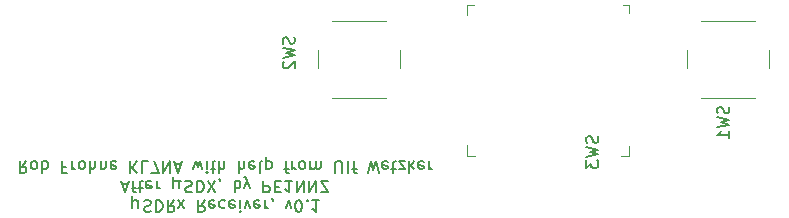
<source format=gbr>
G04 #@! TF.GenerationSoftware,KiCad,Pcbnew,5.1.5+dfsg1-2build2*
G04 #@! TF.CreationDate,2020-07-21T14:48:07-07:00*
G04 #@! TF.ProjectId,muSDRx,6d755344-5278-42e6-9b69-6361645f7063,0.1*
G04 #@! TF.SameCoordinates,Original*
G04 #@! TF.FileFunction,Legend,Bot*
G04 #@! TF.FilePolarity,Positive*
%FSLAX46Y46*%
G04 Gerber Fmt 4.6, Leading zero omitted, Abs format (unit mm)*
G04 Created by KiCad (PCBNEW 5.1.5+dfsg1-2build2) date 2020-07-21 14:48:07*
%MOMM*%
%LPD*%
G04 APERTURE LIST*
%ADD10C,0.150000*%
%ADD11C,0.100000*%
%ADD12C,0.120000*%
G04 APERTURE END LIST*
D10*
X94299047Y-118344285D02*
X94299047Y-117344285D01*
X94775238Y-117820476D02*
X94822857Y-117725238D01*
X94918095Y-117677619D01*
X94299047Y-117820476D02*
X94346666Y-117725238D01*
X94441904Y-117677619D01*
X94632380Y-117677619D01*
X94727619Y-117725238D01*
X94775238Y-117820476D01*
X94775238Y-118344285D01*
X95299047Y-117725238D02*
X95441904Y-117677619D01*
X95680000Y-117677619D01*
X95775238Y-117725238D01*
X95822857Y-117772857D01*
X95870476Y-117868095D01*
X95870476Y-117963333D01*
X95822857Y-118058571D01*
X95775238Y-118106190D01*
X95680000Y-118153809D01*
X95489523Y-118201428D01*
X95394285Y-118249047D01*
X95346666Y-118296666D01*
X95299047Y-118391904D01*
X95299047Y-118487142D01*
X95346666Y-118582380D01*
X95394285Y-118630000D01*
X95489523Y-118677619D01*
X95727619Y-118677619D01*
X95870476Y-118630000D01*
X96299047Y-117677619D02*
X96299047Y-118677619D01*
X96537142Y-118677619D01*
X96680000Y-118630000D01*
X96775238Y-118534761D01*
X96822857Y-118439523D01*
X96870476Y-118249047D01*
X96870476Y-118106190D01*
X96822857Y-117915714D01*
X96775238Y-117820476D01*
X96680000Y-117725238D01*
X96537142Y-117677619D01*
X96299047Y-117677619D01*
X97870476Y-117677619D02*
X97537142Y-118153809D01*
X97299047Y-117677619D02*
X97299047Y-118677619D01*
X97680000Y-118677619D01*
X97775238Y-118630000D01*
X97822857Y-118582380D01*
X97870476Y-118487142D01*
X97870476Y-118344285D01*
X97822857Y-118249047D01*
X97775238Y-118201428D01*
X97680000Y-118153809D01*
X97299047Y-118153809D01*
X98203809Y-117677619D02*
X98727619Y-118344285D01*
X98203809Y-118344285D02*
X98727619Y-117677619D01*
X100441904Y-117677619D02*
X100108571Y-118153809D01*
X99870476Y-117677619D02*
X99870476Y-118677619D01*
X100251428Y-118677619D01*
X100346666Y-118630000D01*
X100394285Y-118582380D01*
X100441904Y-118487142D01*
X100441904Y-118344285D01*
X100394285Y-118249047D01*
X100346666Y-118201428D01*
X100251428Y-118153809D01*
X99870476Y-118153809D01*
X101251428Y-117725238D02*
X101156190Y-117677619D01*
X100965714Y-117677619D01*
X100870476Y-117725238D01*
X100822857Y-117820476D01*
X100822857Y-118201428D01*
X100870476Y-118296666D01*
X100965714Y-118344285D01*
X101156190Y-118344285D01*
X101251428Y-118296666D01*
X101299047Y-118201428D01*
X101299047Y-118106190D01*
X100822857Y-118010952D01*
X102156190Y-117725238D02*
X102060952Y-117677619D01*
X101870476Y-117677619D01*
X101775238Y-117725238D01*
X101727619Y-117772857D01*
X101679999Y-117868095D01*
X101679999Y-118153809D01*
X101727619Y-118249047D01*
X101775238Y-118296666D01*
X101870476Y-118344285D01*
X102060952Y-118344285D01*
X102156190Y-118296666D01*
X102965714Y-117725238D02*
X102870476Y-117677619D01*
X102679999Y-117677619D01*
X102584761Y-117725238D01*
X102537142Y-117820476D01*
X102537142Y-118201428D01*
X102584761Y-118296666D01*
X102679999Y-118344285D01*
X102870476Y-118344285D01*
X102965714Y-118296666D01*
X103013333Y-118201428D01*
X103013333Y-118106190D01*
X102537142Y-118010952D01*
X103441904Y-117677619D02*
X103441904Y-118344285D01*
X103441904Y-118677619D02*
X103394285Y-118630000D01*
X103441904Y-118582380D01*
X103489523Y-118630000D01*
X103441904Y-118677619D01*
X103441904Y-118582380D01*
X103822857Y-118344285D02*
X104060952Y-117677619D01*
X104299047Y-118344285D01*
X105060952Y-117725238D02*
X104965714Y-117677619D01*
X104775238Y-117677619D01*
X104679999Y-117725238D01*
X104632380Y-117820476D01*
X104632380Y-118201428D01*
X104679999Y-118296666D01*
X104775238Y-118344285D01*
X104965714Y-118344285D01*
X105060952Y-118296666D01*
X105108571Y-118201428D01*
X105108571Y-118106190D01*
X104632380Y-118010952D01*
X105537142Y-117677619D02*
X105537142Y-118344285D01*
X105537142Y-118153809D02*
X105584761Y-118249047D01*
X105632380Y-118296666D01*
X105727619Y-118344285D01*
X105822857Y-118344285D01*
X106203809Y-117725238D02*
X106203809Y-117677619D01*
X106156190Y-117582380D01*
X106108571Y-117534761D01*
X107299047Y-118344285D02*
X107537142Y-117677619D01*
X107775238Y-118344285D01*
X108346666Y-118677619D02*
X108441904Y-118677619D01*
X108537142Y-118630000D01*
X108584761Y-118582380D01*
X108632380Y-118487142D01*
X108679999Y-118296666D01*
X108679999Y-118058571D01*
X108632380Y-117868095D01*
X108584761Y-117772857D01*
X108537142Y-117725238D01*
X108441904Y-117677619D01*
X108346666Y-117677619D01*
X108251428Y-117725238D01*
X108203809Y-117772857D01*
X108156190Y-117868095D01*
X108108571Y-118058571D01*
X108108571Y-118296666D01*
X108156190Y-118487142D01*
X108203809Y-118582380D01*
X108251428Y-118630000D01*
X108346666Y-118677619D01*
X109108571Y-117772857D02*
X109156190Y-117725238D01*
X109108571Y-117677619D01*
X109060952Y-117725238D01*
X109108571Y-117772857D01*
X109108571Y-117677619D01*
X110108571Y-117677619D02*
X109537142Y-117677619D01*
X109822857Y-117677619D02*
X109822857Y-118677619D01*
X109727619Y-118534761D01*
X109632380Y-118439523D01*
X109537142Y-118391904D01*
X93489523Y-116313333D02*
X93965714Y-116313333D01*
X93394285Y-116027619D02*
X93727619Y-117027619D01*
X94060952Y-116027619D01*
X94251428Y-116694285D02*
X94632380Y-116694285D01*
X94394285Y-116027619D02*
X94394285Y-116884761D01*
X94441904Y-116980000D01*
X94537142Y-117027619D01*
X94632380Y-117027619D01*
X94822857Y-116694285D02*
X95203809Y-116694285D01*
X94965714Y-117027619D02*
X94965714Y-116170476D01*
X95013333Y-116075238D01*
X95108571Y-116027619D01*
X95203809Y-116027619D01*
X95918095Y-116075238D02*
X95822857Y-116027619D01*
X95632380Y-116027619D01*
X95537142Y-116075238D01*
X95489523Y-116170476D01*
X95489523Y-116551428D01*
X95537142Y-116646666D01*
X95632380Y-116694285D01*
X95822857Y-116694285D01*
X95918095Y-116646666D01*
X95965714Y-116551428D01*
X95965714Y-116456190D01*
X95489523Y-116360952D01*
X96394285Y-116027619D02*
X96394285Y-116694285D01*
X96394285Y-116503809D02*
X96441904Y-116599047D01*
X96489523Y-116646666D01*
X96584761Y-116694285D01*
X96680000Y-116694285D01*
X97775238Y-116694285D02*
X97775238Y-115694285D01*
X98251428Y-116170476D02*
X98299047Y-116075238D01*
X98394285Y-116027619D01*
X97775238Y-116170476D02*
X97822857Y-116075238D01*
X97918095Y-116027619D01*
X98108571Y-116027619D01*
X98203809Y-116075238D01*
X98251428Y-116170476D01*
X98251428Y-116694285D01*
X98775238Y-116075238D02*
X98918095Y-116027619D01*
X99156190Y-116027619D01*
X99251428Y-116075238D01*
X99299047Y-116122857D01*
X99346666Y-116218095D01*
X99346666Y-116313333D01*
X99299047Y-116408571D01*
X99251428Y-116456190D01*
X99156190Y-116503809D01*
X98965714Y-116551428D01*
X98870476Y-116599047D01*
X98822857Y-116646666D01*
X98775238Y-116741904D01*
X98775238Y-116837142D01*
X98822857Y-116932380D01*
X98870476Y-116980000D01*
X98965714Y-117027619D01*
X99203809Y-117027619D01*
X99346666Y-116980000D01*
X99775238Y-116027619D02*
X99775238Y-117027619D01*
X100013333Y-117027619D01*
X100156190Y-116980000D01*
X100251428Y-116884761D01*
X100299047Y-116789523D01*
X100346666Y-116599047D01*
X100346666Y-116456190D01*
X100299047Y-116265714D01*
X100251428Y-116170476D01*
X100156190Y-116075238D01*
X100013333Y-116027619D01*
X99775238Y-116027619D01*
X100680000Y-117027619D02*
X101346666Y-116027619D01*
X101346666Y-117027619D02*
X100680000Y-116027619D01*
X101775238Y-116075238D02*
X101775238Y-116027619D01*
X101727619Y-115932380D01*
X101680000Y-115884761D01*
X102965714Y-116027619D02*
X102965714Y-117027619D01*
X102965714Y-116646666D02*
X103060952Y-116694285D01*
X103251428Y-116694285D01*
X103346666Y-116646666D01*
X103394285Y-116599047D01*
X103441904Y-116503809D01*
X103441904Y-116218095D01*
X103394285Y-116122857D01*
X103346666Y-116075238D01*
X103251428Y-116027619D01*
X103060952Y-116027619D01*
X102965714Y-116075238D01*
X103775238Y-116694285D02*
X104013333Y-116027619D01*
X104251428Y-116694285D02*
X104013333Y-116027619D01*
X103918095Y-115789523D01*
X103870476Y-115741904D01*
X103775238Y-115694285D01*
X105394285Y-116027619D02*
X105394285Y-117027619D01*
X105775238Y-117027619D01*
X105870476Y-116980000D01*
X105918095Y-116932380D01*
X105965714Y-116837142D01*
X105965714Y-116694285D01*
X105918095Y-116599047D01*
X105870476Y-116551428D01*
X105775238Y-116503809D01*
X105394285Y-116503809D01*
X106394285Y-116551428D02*
X106727619Y-116551428D01*
X106870476Y-116027619D02*
X106394285Y-116027619D01*
X106394285Y-117027619D01*
X106870476Y-117027619D01*
X107822857Y-116027619D02*
X107251428Y-116027619D01*
X107537142Y-116027619D02*
X107537142Y-117027619D01*
X107441904Y-116884761D01*
X107346666Y-116789523D01*
X107251428Y-116741904D01*
X108251428Y-116027619D02*
X108251428Y-117027619D01*
X108822857Y-116027619D01*
X108822857Y-117027619D01*
X109299047Y-116027619D02*
X109299047Y-117027619D01*
X109870476Y-116027619D01*
X109870476Y-117027619D01*
X110251428Y-117027619D02*
X110918095Y-117027619D01*
X110251428Y-116027619D01*
X110918095Y-116027619D01*
X85346666Y-114377619D02*
X85013333Y-114853809D01*
X84775238Y-114377619D02*
X84775238Y-115377619D01*
X85156190Y-115377619D01*
X85251428Y-115330000D01*
X85299047Y-115282380D01*
X85346666Y-115187142D01*
X85346666Y-115044285D01*
X85299047Y-114949047D01*
X85251428Y-114901428D01*
X85156190Y-114853809D01*
X84775238Y-114853809D01*
X85918095Y-114377619D02*
X85822857Y-114425238D01*
X85775238Y-114472857D01*
X85727619Y-114568095D01*
X85727619Y-114853809D01*
X85775238Y-114949047D01*
X85822857Y-114996666D01*
X85918095Y-115044285D01*
X86060952Y-115044285D01*
X86156190Y-114996666D01*
X86203809Y-114949047D01*
X86251428Y-114853809D01*
X86251428Y-114568095D01*
X86203809Y-114472857D01*
X86156190Y-114425238D01*
X86060952Y-114377619D01*
X85918095Y-114377619D01*
X86680000Y-114377619D02*
X86680000Y-115377619D01*
X86680000Y-114996666D02*
X86775238Y-115044285D01*
X86965714Y-115044285D01*
X87060952Y-114996666D01*
X87108571Y-114949047D01*
X87156190Y-114853809D01*
X87156190Y-114568095D01*
X87108571Y-114472857D01*
X87060952Y-114425238D01*
X86965714Y-114377619D01*
X86775238Y-114377619D01*
X86680000Y-114425238D01*
X88680000Y-114901428D02*
X88346666Y-114901428D01*
X88346666Y-114377619D02*
X88346666Y-115377619D01*
X88822857Y-115377619D01*
X89203809Y-114377619D02*
X89203809Y-115044285D01*
X89203809Y-114853809D02*
X89251428Y-114949047D01*
X89299047Y-114996666D01*
X89394285Y-115044285D01*
X89489523Y-115044285D01*
X89965714Y-114377619D02*
X89870476Y-114425238D01*
X89822857Y-114472857D01*
X89775238Y-114568095D01*
X89775238Y-114853809D01*
X89822857Y-114949047D01*
X89870476Y-114996666D01*
X89965714Y-115044285D01*
X90108571Y-115044285D01*
X90203809Y-114996666D01*
X90251428Y-114949047D01*
X90299047Y-114853809D01*
X90299047Y-114568095D01*
X90251428Y-114472857D01*
X90203809Y-114425238D01*
X90108571Y-114377619D01*
X89965714Y-114377619D01*
X90727619Y-114377619D02*
X90727619Y-115377619D01*
X91156190Y-114377619D02*
X91156190Y-114901428D01*
X91108571Y-114996666D01*
X91013333Y-115044285D01*
X90870476Y-115044285D01*
X90775238Y-114996666D01*
X90727619Y-114949047D01*
X91632380Y-115044285D02*
X91632380Y-114377619D01*
X91632380Y-114949047D02*
X91680000Y-114996666D01*
X91775238Y-115044285D01*
X91918095Y-115044285D01*
X92013333Y-114996666D01*
X92060952Y-114901428D01*
X92060952Y-114377619D01*
X92918095Y-114425238D02*
X92822857Y-114377619D01*
X92632380Y-114377619D01*
X92537142Y-114425238D01*
X92489523Y-114520476D01*
X92489523Y-114901428D01*
X92537142Y-114996666D01*
X92632380Y-115044285D01*
X92822857Y-115044285D01*
X92918095Y-114996666D01*
X92965714Y-114901428D01*
X92965714Y-114806190D01*
X92489523Y-114710952D01*
X94156190Y-114377619D02*
X94156190Y-115377619D01*
X94727619Y-114377619D02*
X94299047Y-114949047D01*
X94727619Y-115377619D02*
X94156190Y-114806190D01*
X95632380Y-114377619D02*
X95156190Y-114377619D01*
X95156190Y-115377619D01*
X95870476Y-115377619D02*
X96537142Y-115377619D01*
X96108571Y-114377619D01*
X96918095Y-114377619D02*
X96918095Y-115377619D01*
X97489523Y-114377619D01*
X97489523Y-115377619D01*
X97918095Y-114663333D02*
X98394285Y-114663333D01*
X97822857Y-114377619D02*
X98156190Y-115377619D01*
X98489523Y-114377619D01*
X99489523Y-115044285D02*
X99680000Y-114377619D01*
X99870476Y-114853809D01*
X100060952Y-114377619D01*
X100251428Y-115044285D01*
X100632380Y-114377619D02*
X100632380Y-115044285D01*
X100632380Y-115377619D02*
X100584761Y-115330000D01*
X100632380Y-115282380D01*
X100680000Y-115330000D01*
X100632380Y-115377619D01*
X100632380Y-115282380D01*
X100965714Y-115044285D02*
X101346666Y-115044285D01*
X101108571Y-115377619D02*
X101108571Y-114520476D01*
X101156190Y-114425238D01*
X101251428Y-114377619D01*
X101346666Y-114377619D01*
X101680000Y-114377619D02*
X101680000Y-115377619D01*
X102108571Y-114377619D02*
X102108571Y-114901428D01*
X102060952Y-114996666D01*
X101965714Y-115044285D01*
X101822857Y-115044285D01*
X101727619Y-114996666D01*
X101680000Y-114949047D01*
X103346666Y-114377619D02*
X103346666Y-115377619D01*
X103775238Y-114377619D02*
X103775238Y-114901428D01*
X103727619Y-114996666D01*
X103632380Y-115044285D01*
X103489523Y-115044285D01*
X103394285Y-114996666D01*
X103346666Y-114949047D01*
X104632380Y-114425238D02*
X104537142Y-114377619D01*
X104346666Y-114377619D01*
X104251428Y-114425238D01*
X104203809Y-114520476D01*
X104203809Y-114901428D01*
X104251428Y-114996666D01*
X104346666Y-115044285D01*
X104537142Y-115044285D01*
X104632380Y-114996666D01*
X104680000Y-114901428D01*
X104680000Y-114806190D01*
X104203809Y-114710952D01*
X105251428Y-114377619D02*
X105156190Y-114425238D01*
X105108571Y-114520476D01*
X105108571Y-115377619D01*
X105632380Y-115044285D02*
X105632380Y-114044285D01*
X105632380Y-114996666D02*
X105727619Y-115044285D01*
X105918095Y-115044285D01*
X106013333Y-114996666D01*
X106060952Y-114949047D01*
X106108571Y-114853809D01*
X106108571Y-114568095D01*
X106060952Y-114472857D01*
X106013333Y-114425238D01*
X105918095Y-114377619D01*
X105727619Y-114377619D01*
X105632380Y-114425238D01*
X107156190Y-115044285D02*
X107537142Y-115044285D01*
X107299047Y-114377619D02*
X107299047Y-115234761D01*
X107346666Y-115330000D01*
X107441904Y-115377619D01*
X107537142Y-115377619D01*
X107870476Y-114377619D02*
X107870476Y-115044285D01*
X107870476Y-114853809D02*
X107918095Y-114949047D01*
X107965714Y-114996666D01*
X108060952Y-115044285D01*
X108156190Y-115044285D01*
X108632380Y-114377619D02*
X108537142Y-114425238D01*
X108489523Y-114472857D01*
X108441904Y-114568095D01*
X108441904Y-114853809D01*
X108489523Y-114949047D01*
X108537142Y-114996666D01*
X108632380Y-115044285D01*
X108775238Y-115044285D01*
X108870476Y-114996666D01*
X108918095Y-114949047D01*
X108965714Y-114853809D01*
X108965714Y-114568095D01*
X108918095Y-114472857D01*
X108870476Y-114425238D01*
X108775238Y-114377619D01*
X108632380Y-114377619D01*
X109394285Y-114377619D02*
X109394285Y-115044285D01*
X109394285Y-114949047D02*
X109441904Y-114996666D01*
X109537142Y-115044285D01*
X109680000Y-115044285D01*
X109775238Y-114996666D01*
X109822857Y-114901428D01*
X109822857Y-114377619D01*
X109822857Y-114901428D02*
X109870476Y-114996666D01*
X109965714Y-115044285D01*
X110108571Y-115044285D01*
X110203809Y-114996666D01*
X110251428Y-114901428D01*
X110251428Y-114377619D01*
X111489523Y-115377619D02*
X111489523Y-114568095D01*
X111537142Y-114472857D01*
X111584761Y-114425238D01*
X111679999Y-114377619D01*
X111870476Y-114377619D01*
X111965714Y-114425238D01*
X112013333Y-114472857D01*
X112060952Y-114568095D01*
X112060952Y-115377619D01*
X112679999Y-114377619D02*
X112584761Y-114425238D01*
X112537142Y-114520476D01*
X112537142Y-115377619D01*
X112918095Y-115044285D02*
X113299047Y-115044285D01*
X113060952Y-114377619D02*
X113060952Y-115234761D01*
X113108571Y-115330000D01*
X113203809Y-115377619D01*
X113299047Y-115377619D01*
X114299047Y-115377619D02*
X114537142Y-114377619D01*
X114727619Y-115091904D01*
X114918095Y-114377619D01*
X115156190Y-115377619D01*
X115918095Y-114425238D02*
X115822857Y-114377619D01*
X115632380Y-114377619D01*
X115537142Y-114425238D01*
X115489523Y-114520476D01*
X115489523Y-114901428D01*
X115537142Y-114996666D01*
X115632380Y-115044285D01*
X115822857Y-115044285D01*
X115918095Y-114996666D01*
X115965714Y-114901428D01*
X115965714Y-114806190D01*
X115489523Y-114710952D01*
X116251428Y-115044285D02*
X116632380Y-115044285D01*
X116394285Y-115377619D02*
X116394285Y-114520476D01*
X116441904Y-114425238D01*
X116537142Y-114377619D01*
X116632380Y-114377619D01*
X116870476Y-115044285D02*
X117394285Y-115044285D01*
X116870476Y-114377619D01*
X117394285Y-114377619D01*
X117775238Y-114377619D02*
X117775238Y-115377619D01*
X117870476Y-114758571D02*
X118156190Y-114377619D01*
X118156190Y-115044285D02*
X117775238Y-114663333D01*
X118965714Y-114425238D02*
X118870476Y-114377619D01*
X118679999Y-114377619D01*
X118584761Y-114425238D01*
X118537142Y-114520476D01*
X118537142Y-114901428D01*
X118584761Y-114996666D01*
X118679999Y-115044285D01*
X118870476Y-115044285D01*
X118965714Y-114996666D01*
X119013333Y-114901428D01*
X119013333Y-114806190D01*
X118537142Y-114710952D01*
X119441904Y-114377619D02*
X119441904Y-115044285D01*
X119441904Y-114853809D02*
X119489523Y-114949047D01*
X119537142Y-114996666D01*
X119632380Y-115044285D01*
X119727619Y-115044285D01*
D11*
X122675000Y-112975000D02*
X122675000Y-113925000D01*
X122675000Y-113925000D02*
X123350000Y-113925000D01*
X136325000Y-113075000D02*
X136325000Y-113925000D01*
X136325000Y-113925000D02*
X135650000Y-113925000D01*
X123250000Y-101175000D02*
X122675000Y-101175000D01*
X122675000Y-101175000D02*
X122675000Y-101975000D01*
X136325000Y-101875000D02*
X136325000Y-101175000D01*
X136325000Y-101175000D02*
X135825000Y-101175000D01*
D12*
X147000000Y-109000000D02*
X142500000Y-109000000D01*
X148250000Y-105000000D02*
X148250000Y-106500000D01*
X142500000Y-102500000D02*
X147000000Y-102500000D01*
X141250000Y-106500000D02*
X141250000Y-105000000D01*
X110000000Y-106500000D02*
X110000000Y-105000000D01*
X111250000Y-102500000D02*
X115750000Y-102500000D01*
X117000000Y-105000000D02*
X117000000Y-106500000D01*
X115750000Y-109000000D02*
X111250000Y-109000000D01*
D10*
X133704761Y-112266666D02*
X133752380Y-112409523D01*
X133752380Y-112647619D01*
X133704761Y-112742857D01*
X133657142Y-112790476D01*
X133561904Y-112838095D01*
X133466666Y-112838095D01*
X133371428Y-112790476D01*
X133323809Y-112742857D01*
X133276190Y-112647619D01*
X133228571Y-112457142D01*
X133180952Y-112361904D01*
X133133333Y-112314285D01*
X133038095Y-112266666D01*
X132942857Y-112266666D01*
X132847619Y-112314285D01*
X132800000Y-112361904D01*
X132752380Y-112457142D01*
X132752380Y-112695238D01*
X132800000Y-112838095D01*
X132752380Y-113171428D02*
X133752380Y-113409523D01*
X133038095Y-113600000D01*
X133752380Y-113790476D01*
X132752380Y-114028571D01*
X132752380Y-114314285D02*
X132752380Y-114933333D01*
X133133333Y-114600000D01*
X133133333Y-114742857D01*
X133180952Y-114838095D01*
X133228571Y-114885714D01*
X133323809Y-114933333D01*
X133561904Y-114933333D01*
X133657142Y-114885714D01*
X133704761Y-114838095D01*
X133752380Y-114742857D01*
X133752380Y-114457142D01*
X133704761Y-114361904D01*
X133657142Y-114314285D01*
X144804761Y-109766666D02*
X144852380Y-109909523D01*
X144852380Y-110147619D01*
X144804761Y-110242857D01*
X144757142Y-110290476D01*
X144661904Y-110338095D01*
X144566666Y-110338095D01*
X144471428Y-110290476D01*
X144423809Y-110242857D01*
X144376190Y-110147619D01*
X144328571Y-109957142D01*
X144280952Y-109861904D01*
X144233333Y-109814285D01*
X144138095Y-109766666D01*
X144042857Y-109766666D01*
X143947619Y-109814285D01*
X143900000Y-109861904D01*
X143852380Y-109957142D01*
X143852380Y-110195238D01*
X143900000Y-110338095D01*
X143852380Y-110671428D02*
X144852380Y-110909523D01*
X144138095Y-111100000D01*
X144852380Y-111290476D01*
X143852380Y-111528571D01*
X144852380Y-112433333D02*
X144852380Y-111861904D01*
X144852380Y-112147619D02*
X143852380Y-112147619D01*
X143995238Y-112052380D01*
X144090476Y-111957142D01*
X144138095Y-111861904D01*
X108004761Y-103866666D02*
X108052380Y-104009523D01*
X108052380Y-104247619D01*
X108004761Y-104342857D01*
X107957142Y-104390476D01*
X107861904Y-104438095D01*
X107766666Y-104438095D01*
X107671428Y-104390476D01*
X107623809Y-104342857D01*
X107576190Y-104247619D01*
X107528571Y-104057142D01*
X107480952Y-103961904D01*
X107433333Y-103914285D01*
X107338095Y-103866666D01*
X107242857Y-103866666D01*
X107147619Y-103914285D01*
X107100000Y-103961904D01*
X107052380Y-104057142D01*
X107052380Y-104295238D01*
X107100000Y-104438095D01*
X107052380Y-104771428D02*
X108052380Y-105009523D01*
X107338095Y-105200000D01*
X108052380Y-105390476D01*
X107052380Y-105628571D01*
X107147619Y-105961904D02*
X107100000Y-106009523D01*
X107052380Y-106104761D01*
X107052380Y-106342857D01*
X107100000Y-106438095D01*
X107147619Y-106485714D01*
X107242857Y-106533333D01*
X107338095Y-106533333D01*
X107480952Y-106485714D01*
X108052380Y-105914285D01*
X108052380Y-106533333D01*
M02*

</source>
